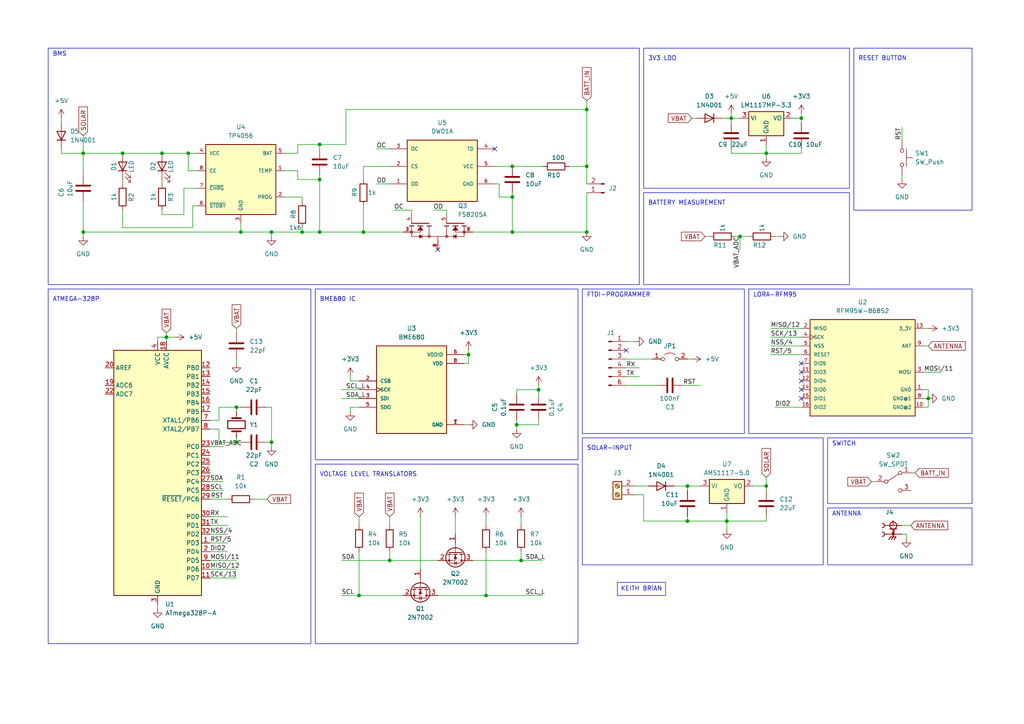
<source format=kicad_sch>
(kicad_sch (version 20230121) (generator eeschema)
  (paper "A4")
  (lib_symbols
    (symbol "BME680:BME680" (pin_names (offset 1.016))
      (property "Reference" "U" (at -10.1693 13.22 0))
      (property "Value" "BME680" (at -10.1798 -15.5193 0))
      (symbol "BME680_0_0"
        (pin power_in line (at 15.24 -10.16 180) (length 5.08) (name "GND") (number "1"))
        (pin input line (at -15.24 2.54 0) (length 5.08) (name "CSB") (number "2"))
        (pin bidirectional line (at -15.24 -2.54 0) (length 5.08) (name "SDI") (number "3"))
        (pin input clock (at -15.24 0 0) (length 5.08) (name "SCK") (number "4"))
        (pin bidirectional line (at -15.24 -5.08 0) (length 5.08) (name "SDO") (number "5"))
        (pin power_in line (at 15.24 10.16 180) (length 5.08) (name "VDDIO") (number "6"))
        (pin power_in line (at 15.24 -10.16 180) (length 5.08) (name "GND") (number "7"))
        (pin power_in line (at 15.24 7.62 180) (length 5.08) (name "VDD") (number "8"))
      )
    )
    (symbol "CONUFL001-SMD-T:CONUFL001-SMD-T" (pin_names (offset 1.016))
      (property "Reference" "J" (at -3.81 4.064 0))
      (property "Value" "CONUFL001-SMD-T" (at -4.064 -4.318 0))
      (symbol "CONUFL001-SMD-T_0_0"
        (pin passive line (at 2.54 2.54 180) (length 5.08) (name "~") (number "1"))
        (pin passive line (at 2.54 0 180) (length 5.08) (name "~") (number "2"))
        (pin passive line (at 2.54 0 180) (length 5.08) (name "~") (number "3"))
      )
    )
    (symbol "Connector:Conn_01x02_Pin" (pin_names (offset 1.016) hide)
      (property "Reference" "J" (at 0 2.54 0))
      (property "Value" "Conn_01x02_Pin" (at 0 -5.08 0))
      (symbol "Conn_01x02_Pin_1_1"
        (pin passive line (at 5.08 0 180) (length 3.81) (name "Pin_1") (number "1"))
        (pin passive line (at 5.08 -2.54 180) (length 3.81) (name "Pin_2") (number "2"))
      )
    )
    (symbol "Connector:Conn_01x06_Pin" (pin_names (offset 1.016) hide)
      (property "Reference" "J" (at 0 7.62 0))
      (property "Value" "Conn_01x06_Pin" (at 0 -10.16 0))
      (symbol "Conn_01x06_Pin_1_1"
        (pin passive line (at 5.08 5.08 180) (length 3.81) (name "Pin_1") (number "1"))
        (pin passive line (at 5.08 2.54 180) (length 3.81) (name "Pin_2") (number "2"))
        (pin passive line (at 5.08 0 180) (length 3.81) (name "Pin_3") (number "3"))
        (pin passive line (at 5.08 -2.54 180) (length 3.81) (name "Pin_4") (number "4"))
        (pin passive line (at 5.08 -5.08 180) (length 3.81) (name "Pin_5") (number "5"))
        (pin passive line (at 5.08 -7.62 180) (length 3.81) (name "Pin_6") (number "6"))
      )
    )
    (symbol "Connector:Screw_Terminal_01x02" (pin_names (offset 1.016) hide)
      (property "Reference" "J" (at 0 2.54 0))
      (property "Value" "Screw_Terminal_01x02" (at 0 -5.08 0))
      (symbol "Screw_Terminal_01x02_1_1"
        (pin passive line (at -5.08 0 0) (length 3.81) (name "Pin_1") (number "1"))
        (pin passive line (at -5.08 -2.54 0) (length 3.81) (name "Pin_2") (number "2"))
      )
    )
    (symbol "DW01A:DW01A" (pin_names (offset 1.016))
      (property "Reference" "U10" (at 0 15.24 0))
      (property "Value" "DW01A" (at 0 12.7 0))
      (symbol "DW01A_0_0"
        (pin output line (at -15.24 -2.54 0) (length 5.08) (name "OD") (number "1"))
        (pin input line (at -15.24 2.54 0) (length 5.08) (name "CS") (number "2"))
        (pin output line (at -15.24 7.62 0) (length 5.08) (name "OC") (number "3"))
        (pin passive line (at 15.24 7.62 180) (length 5.08) (name "TD") (number "4"))
        (pin power_in line (at 15.24 2.54 180) (length 5.08) (name "VCC") (number "5"))
        (pin power_in line (at 15.24 -2.54 180) (length 5.08) (name "GND") (number "6"))
      )
    )
    (symbol "Device:C" (pin_numbers hide) (pin_names (offset 0.254))
      (property "Reference" "C" (at 0.635 2.54 0))
      (property "Value" "C" (at 0.635 -2.54 0))
      (symbol "C_1_1"
        (pin passive line (at 0 3.81 270) (length 2.794) (name "~") (number "1"))
        (pin passive line (at 0 -3.81 90) (length 2.794) (name "~") (number "2"))
      )
    )
    (symbol "Device:Crystal" (pin_numbers hide) (pin_names (offset 1.016) hide)
      (property "Reference" "Y" (at 0 3.81 0))
      (property "Value" "Crystal" (at 0 -3.81 0))
      (symbol "Crystal_1_1"
        (pin passive line (at -3.81 0 0) (length 1.27) (name "1") (number "1"))
        (pin passive line (at 3.81 0 180) (length 1.27) (name "2") (number "2"))
      )
    )
    (symbol "Device:LED" (pin_numbers hide) (pin_names (offset 1.016) hide)
      (property "Reference" "D" (at 0 2.54 0))
      (property "Value" "LED" (at 0 -2.54 0))
      (symbol "LED_1_1"
        (pin passive line (at -3.81 0 0) (length 2.54) (name "K") (number "1"))
        (pin passive line (at 3.81 0 180) (length 2.54) (name "A") (number "2"))
      )
    )
    (symbol "Device:R" (pin_numbers hide) (pin_names (offset 0))
      (property "Reference" "R" (at 2.032 0 90))
      (property "Value" "R" (at 0 0 90))
      (symbol "R_1_1"
        (pin passive line (at 0 3.81 270) (length 1.27) (name "~") (number "1"))
        (pin passive line (at 0 -3.81 90) (length 1.27) (name "~") (number "2"))
      )
    )
    (symbol "Diode:1N4001" (pin_numbers hide) (pin_names hide)
      (property "Reference" "D" (at 0 2.54 0))
      (property "Value" "1N4001" (at 0 -2.54 0))
      (symbol "1N4001_1_1"
        (pin passive line (at -3.81 0 0) (length 2.54) (name "K") (number "1"))
        (pin passive line (at 3.81 0 180) (length 2.54) (name "A") (number "2"))
      )
    )
    (symbol "FS8205A:FS8205A" (pin_names (offset 1.016))
      (property "Reference" "Q" (at -11.43 7.62 0))
      (property "Value" "FS8205A" (at -11.43 -12.7 0))
      (symbol "FS8205A_0_0"
        (pin passive line (at 5.08 0 180) (length 2.54) (name "~") (number "1"))
        (pin passive line (at 0 -10.16 90) (length 2.54) (name "~") (number "2"))
        (pin passive line (at 0 -10.16 90) (length 2.54) (name "~") (number "3"))
        (pin passive line (at -5.08 -7.62 0) (length 2.54) (name "~") (number "4"))
        (pin passive line (at -5.08 2.54 0) (length 2.54) (name "~") (number "5"))
        (pin passive line (at 0 10.16 270) (length 2.54) (name "~") (number "6"))
        (pin passive line (at 0 10.16 270) (length 2.54) (name "~") (number "7"))
        (pin passive line (at 5.08 0 180) (length 2.54) (name "~") (number "8"))
      )
    )
    (symbol "Jumper:Jumper_2_Open" (pin_names (offset 0) hide)
      (property "Reference" "JP" (at 0 2.794 0))
      (property "Value" "Jumper_2_Open" (at 0 -2.286 0))
      (symbol "Jumper_2_Open_1_1"
        (pin passive line (at -5.08 0 0) (length 2.54) (name "A") (number "1"))
        (pin passive line (at 5.08 0 180) (length 2.54) (name "B") (number "2"))
      )
    )
    (symbol "MCU_Microchip_ATmega:ATmega328P-A"
      (property "Reference" "U" (at -12.7 36.83 0))
      (property "Value" "ATmega328P-A" (at 2.54 -36.83 0))
      (symbol "ATmega328P-A_1_1"
        (pin bidirectional line (at 15.24 -20.32 180) (length 2.54) (name "PD3") (number "1"))
        (pin bidirectional line (at 15.24 -27.94 180) (length 2.54) (name "PD6") (number "10"))
        (pin bidirectional line (at 15.24 -30.48 180) (length 2.54) (name "PD7") (number "11"))
        (pin bidirectional line (at 15.24 30.48 180) (length 2.54) (name "PB0") (number "12"))
        (pin bidirectional line (at 15.24 27.94 180) (length 2.54) (name "PB1") (number "13"))
        (pin bidirectional line (at 15.24 25.4 180) (length 2.54) (name "PB2") (number "14"))
        (pin bidirectional line (at 15.24 22.86 180) (length 2.54) (name "PB3") (number "15"))
        (pin bidirectional line (at 15.24 20.32 180) (length 2.54) (name "PB4") (number "16"))
        (pin bidirectional line (at 15.24 17.78 180) (length 2.54) (name "PB5") (number "17"))
        (pin power_in line (at 2.54 38.1 270) (length 2.54) (name "AVCC") (number "18"))
        (pin input line (at -15.24 25.4 0) (length 2.54) (name "ADC6") (number "19"))
        (pin bidirectional line (at 15.24 -22.86 180) (length 2.54) (name "PD4") (number "2"))
        (pin passive line (at -15.24 30.48 0) (length 2.54) (name "AREF") (number "20"))
        (pin passive line (at 0 -38.1 90) (length 2.54) hide (name "GND") (number "21"))
        (pin input line (at -15.24 22.86 0) (length 2.54) (name "ADC7") (number "22"))
        (pin bidirectional line (at 15.24 7.62 180) (length 2.54) (name "PC0") (number "23"))
        (pin bidirectional line (at 15.24 5.08 180) (length 2.54) (name "PC1") (number "24"))
        (pin bidirectional line (at 15.24 2.54 180) (length 2.54) (name "PC2") (number "25"))
        (pin bidirectional line (at 15.24 0 180) (length 2.54) (name "PC3") (number "26"))
        (pin bidirectional line (at 15.24 -2.54 180) (length 2.54) (name "PC4") (number "27"))
        (pin bidirectional line (at 15.24 -5.08 180) (length 2.54) (name "PC5") (number "28"))
        (pin bidirectional line (at 15.24 -7.62 180) (length 2.54) (name "~{RESET}/PC6") (number "29"))
        (pin power_in line (at 0 -38.1 90) (length 2.54) (name "GND") (number "3"))
        (pin bidirectional line (at 15.24 -12.7 180) (length 2.54) (name "PD0") (number "30"))
        (pin bidirectional line (at 15.24 -15.24 180) (length 2.54) (name "PD1") (number "31"))
        (pin bidirectional line (at 15.24 -17.78 180) (length 2.54) (name "PD2") (number "32"))
        (pin power_in line (at 0 38.1 270) (length 2.54) (name "VCC") (number "4"))
        (pin passive line (at 0 -38.1 90) (length 2.54) hide (name "GND") (number "5"))
        (pin passive line (at 0 38.1 270) (length 2.54) hide (name "VCC") (number "6"))
        (pin bidirectional line (at 15.24 15.24 180) (length 2.54) (name "XTAL1/PB6") (number "7"))
        (pin bidirectional line (at 15.24 12.7 180) (length 2.54) (name "XTAL2/PB7") (number "8"))
        (pin bidirectional line (at 15.24 -25.4 180) (length 2.54) (name "PD5") (number "9"))
      )
    )
    (symbol "RFM95W-868S2:RFM95W-868S2" (pin_names (offset 1.016))
      (property "Reference" "U" (at -15.2563 13.9849 0))
      (property "Value" "RFM95W-868S2" (at -15.265 -17.8092 0))
      (symbol "RFM95W-868S2_0_0"
        (pin power_in line (at 17.78 -7.62 180) (length 2.54) (name "GND") (number "1"))
        (pin power_in line (at 17.78 -12.7 180) (length 2.54) (name "GND@2") (number "10"))
        (pin bidirectional line (at -17.78 -2.54 0) (length 2.54) (name "DIO3") (number "11"))
        (pin bidirectional line (at -17.78 -5.08 0) (length 2.54) (name "DIO4") (number "12"))
        (pin power_in line (at 17.78 10.16 180) (length 2.54) (name "3_3V") (number "13"))
        (pin bidirectional line (at -17.78 -7.62 0) (length 2.54) (name "DIO0") (number "14"))
        (pin bidirectional line (at -17.78 -10.16 0) (length 2.54) (name "DIO1") (number "15"))
        (pin bidirectional line (at -17.78 -12.7 0) (length 2.54) (name "DIO2") (number "16"))
        (pin input line (at -17.78 10.16 0) (length 2.54) (name "MISO") (number "2"))
        (pin output line (at 17.78 -2.54 180) (length 2.54) (name "MOSI") (number "3"))
        (pin input clock (at -17.78 7.62 0) (length 2.54) (name "SCK") (number "4"))
        (pin input line (at -17.78 5.08 0) (length 2.54) (name "NSS") (number "5"))
        (pin bidirectional line (at -17.78 2.54 0) (length 2.54) (name "RESET") (number "6"))
        (pin bidirectional line (at -17.78 0 0) (length 2.54) (name "DIO5") (number "7"))
        (pin power_in line (at 17.78 -10.16 180) (length 2.54) (name "GND@1") (number "8"))
        (pin passive line (at 17.78 5.08 180) (length 2.54) (name "ANT") (number "9"))
      )
    )
    (symbol "Regulator_Linear:AMS1117-5.0"
      (property "Reference" "U" (at -3.81 3.175 0))
      (property "Value" "AMS1117-5.0" (at 0 3.175 0))
      (symbol "AMS1117-5.0_1_1"
        (pin power_in line (at 0 -7.62 90) (length 2.54) (name "GND") (number "1"))
        (pin power_out line (at 7.62 0 180) (length 2.54) (name "VO") (number "2"))
        (pin power_in line (at -7.62 0 0) (length 2.54) (name "VI") (number "3"))
      )
    )
    (symbol "Regulator_Linear:LM1117MP-3.3"
      (property "Reference" "U" (at -3.81 3.175 0))
      (property "Value" "LM1117MP-3.3" (at 0 3.175 0))
      (symbol "LM1117MP-3.3_1_1"
        (pin power_in line (at 0 -7.62 90) (length 2.54) (name "GND") (number "1"))
        (pin power_out line (at 7.62 0 180) (length 2.54) (name "VO") (number "2"))
        (pin power_in line (at -7.62 0 0) (length 2.54) (name "VI") (number "3"))
      )
    )
    (symbol "Switch:SW_Push" (pin_numbers hide) (pin_names (offset 1.016) hide)
      (property "Reference" "SW" (at 1.27 2.54 0))
      (property "Value" "SW_Push" (at 0 -1.524 0))
      (symbol "SW_Push_0_1"
        (pin passive line (at -5.08 0 0) (length 2.54) (name "1") (number "1"))
        (pin passive line (at 5.08 0 180) (length 2.54) (name "2") (number "2"))
      )
    )
    (symbol "Switch:SW_SPDT" (pin_names (offset 0) hide)
      (property "Reference" "SW" (at 0 4.318 0))
      (property "Value" "SW_SPDT" (at 0 -5.08 0))
      (symbol "SW_SPDT_1_1"
        (pin passive line (at 5.08 2.54 180) (length 2.54) (name "A") (number "1"))
        (pin passive line (at -5.08 0 0) (length 2.54) (name "B") (number "2"))
        (pin passive line (at 5.08 -2.54 180) (length 2.54) (name "C") (number "3"))
      )
    )
    (symbol "TP4056:TP4056" (pin_names (offset 1.016))
      (property "Reference" "U9" (at 2.54 15.24 0))
      (property "Value" "TP4056" (at 2.54 12.7 0))
      (symbol "TP4056_0_0"
        (pin bidirectional line (at 15.24 2.54 180) (length 2.54) (name "TEMP") (number "1"))
        (pin bidirectional line (at 2.54 -12.7 90) (length 2.54) (name "GND") (number "3"))
        (pin bidirectional line (at -10.16 7.62 0) (length 2.54) (name "VCC") (number "4"))
        (pin bidirectional line (at 15.24 7.62 180) (length 2.54) (name "BAT") (number "5"))
        (pin bidirectional line (at -10.16 -7.62 0) (length 2.54) (name "~{STDBY}") (number "6"))
        (pin bidirectional line (at -10.16 -2.54 0) (length 2.54) (name "~{CHRG}") (number "7"))
        (pin bidirectional line (at -10.16 2.54 0) (length 2.54) (name "CE") (number "8"))
      )
      (symbol "TP4056_1_0"
        (pin bidirectional line (at 15.24 -5.08 180) (length 2.54) (name "PROG") (number "2"))
      )
    )
    (symbol "Transistor_FET:2N7002" (pin_names hide)
      (property "Reference" "Q" (at 5.08 1.905 0))
      (property "Value" "2N7002" (at 5.08 0 0))
      (symbol "2N7002_1_1"
        (pin input line (at -5.08 0 0) (length 2.54) (name "G") (number "1"))
        (pin passive line (at 2.54 -5.08 90) (length 2.54) (name "S") (number "2"))
        (pin passive line (at 2.54 5.08 270) (length 2.54) (name "D") (number "3"))
      )
    )
    (symbol "power:+3V3" (power) (pin_names (offset 0))
      (property "Value" "+3V3" (at 0 3.556 0))
      (symbol "+3V3_1_1"
        (pin power_in line (at 0 0 90) (length 0) hide (name "+3V3") (number "1"))
      )
    )
    (symbol "power:+5V" (power) (pin_names (offset 0))
      (property "Value" "+5V" (at 0 3.556 0))
      (symbol "+5V_1_1"
        (pin power_in line (at 0 0 90) (length 0) hide (name "+5V") (number "1"))
      )
    )
    (symbol "power:GND" (power) (pin_names (offset 0))
      (property "Value" "GND" (at 0 -3.81 0))
      (symbol "GND_1_1"
        (pin power_in line (at 0 0 270) (length 0) hide (name "GND") (number "1"))
      )
    )
  )
  (junction (at 148.59 57.15))
  (junction (at 35.56 44.45))
  (junction (at 24.13 44.45))
  (junction (at 232.41 34.29))
  (junction (at 68.58 118.11))
  (junction (at 92.71 41.91))
  (junction (at 69.85 67.31))
  (junction (at 222.25 140.97))
  (junction (at 148.59 67.31))
  (junction (at 170.18 31.75))
  (junction (at 92.71 67.31))
  (junction (at 92.71 52.07))
  (junction (at 104.14 172.72))
  (junction (at 140.97 172.72))
  (junction (at 54.61 44.45))
  (junction (at 87.63 67.31))
  (junction (at 46.99 44.45))
  (junction (at 170.18 67.31))
  (junction (at 105.41 67.31))
  (junction (at 48.26 97.79))
  (junction (at 78.74 128.27))
  (junction (at 24.13 67.31))
  (junction (at 199.39 151.13))
  (junction (at 68.58 128.27))
  (junction (at 78.74 67.31))
  (junction (at 170.18 48.26))
  (junction (at 214.63 68.58))
  (junction (at 149.86 123.19))
  (junction (at 135.89 102.87))
  (junction (at 148.59 48.26))
  (junction (at 151.13 162.56))
  (junction (at 269.24 115.57))
  (junction (at 222.25 44.45))
  (junction (at 210.82 151.13))
  (junction (at 199.39 140.97))
  (junction (at 113.03 162.56))
  (junction (at 156.21 113.03))
  (junction (at 212.09 34.29))
  (no_connect (at 127 72.39))
  (no_connect (at 232.41 105.41))
  (no_connect (at 232.41 107.95))
  (no_connect (at 143.51 43.18))
  (no_connect (at 181.61 101.6))
  (no_connect (at 232.41 115.57))
  (no_connect (at 232.41 113.03))
  (no_connect (at 232.41 110.49))
  (wire (pts (xy 69.85 67.31) (xy 78.74 67.31)))
  (wire (pts (xy 223.52 100.33) (xy 232.41 100.33)))
  (wire (pts (xy 144.78 53.34) (xy 144.78 57.15)))
  (wire (pts (xy 195.58 140.97) (xy 199.39 140.97)))
  (wire (pts (xy 165.1 48.26) (xy 170.18 48.26)))
  (wire (pts (xy 55.88 66.04) (xy 55.88 59.69)))
  (wire (pts (xy 46.99 52.07) (xy 46.99 53.34)))
  (wire (pts (xy 267.97 113.03) (xy 269.24 113.03)))
  (wire (pts (xy 87.63 57.15) (xy 87.63 58.42)))
  (wire (pts (xy 218.44 140.97) (xy 222.25 140.97)))
  (wire (pts (xy 261.62 50.8) (xy 261.62 52.07)))
  (wire (pts (xy 77.47 144.78) (xy 73.66 144.78)))
  (wire (pts (xy 210.82 148.59) (xy 210.82 151.13)))
  (wire (pts (xy 48.26 97.79) (xy 48.26 99.06)))
  (wire (pts (xy 60.96 139.7) (xy 64.77 139.7)))
  (wire (pts (xy 223.52 97.79) (xy 232.41 97.79)))
  (wire (pts (xy 101.6 110.49) (xy 104.14 110.49)))
  (wire (pts (xy 105.41 67.31) (xy 105.41 59.69)))
  (wire (pts (xy 267.97 118.11) (xy 269.24 118.11)))
  (wire (pts (xy 78.74 128.27) (xy 77.47 128.27)))
  (wire (pts (xy 113.03 162.56) (xy 127 162.56)))
  (wire (pts (xy 170.18 29.21) (xy 170.18 31.75)))
  (wire (pts (xy 99.06 162.56) (xy 113.03 162.56)))
  (wire (pts (xy 267.97 95.25) (xy 269.24 95.25)))
  (wire (pts (xy 54.61 44.45) (xy 57.15 44.45)))
  (wire (pts (xy 214.63 68.58) (xy 217.17 68.58)))
  (wire (pts (xy 60.96 152.4) (xy 66.04 152.4)))
  (wire (pts (xy 35.56 66.04) (xy 55.88 66.04)))
  (wire (pts (xy 92.71 41.91) (xy 92.71 43.18)))
  (wire (pts (xy 86.36 44.45) (xy 86.36 41.91)))
  (wire (pts (xy 24.13 67.31) (xy 69.85 67.31)))
  (wire (pts (xy 78.74 128.27) (xy 78.74 129.54)))
  (wire (pts (xy 186.69 143.51) (xy 186.69 151.13)))
  (wire (pts (xy 223.52 102.87) (xy 232.41 102.87)))
  (wire (pts (xy 109.22 43.18) (xy 113.03 43.18)))
  (wire (pts (xy 170.18 31.75) (xy 170.18 48.26)))
  (wire (pts (xy 261.62 36.83) (xy 261.62 40.64)))
  (wire (pts (xy 199.39 151.13) (xy 186.69 151.13)))
  (wire (pts (xy 135.89 102.87) (xy 135.89 105.41)))
  (wire (pts (xy 149.86 113.03) (xy 156.21 113.03)))
  (wire (pts (xy 222.25 44.45) (xy 232.41 44.45)))
  (wire (pts (xy 135.89 105.41) (xy 134.62 105.41)))
  (wire (pts (xy 60.96 121.92) (xy 63.5 121.92)))
  (wire (pts (xy 209.55 34.29) (xy 212.09 34.29)))
  (wire (pts (xy 68.58 95.25) (xy 68.58 96.52)))
  (wire (pts (xy 86.36 49.53) (xy 86.36 52.07)))
  (wire (pts (xy 86.36 52.07) (xy 92.71 52.07)))
  (wire (pts (xy 261.62 154.94) (xy 262.89 154.94)))
  (wire (pts (xy 54.61 44.45) (xy 54.61 49.53)))
  (wire (pts (xy 101.6 109.22) (xy 101.6 110.49)))
  (wire (pts (xy 82.55 49.53) (xy 86.36 49.53)))
  (wire (pts (xy 82.55 44.45) (xy 86.36 44.45)))
  (wire (pts (xy 212.09 33.02) (xy 212.09 34.29)))
  (wire (pts (xy 35.56 44.45) (xy 46.99 44.45)))
  (wire (pts (xy 104.14 149.86) (xy 104.14 152.4)))
  (wire (pts (xy 143.51 48.26) (xy 148.59 48.26)))
  (wire (pts (xy 60.96 154.94) (xy 66.04 154.94)))
  (wire (pts (xy 143.51 53.34) (xy 144.78 53.34)))
  (wire (pts (xy 60.96 165.1) (xy 68.58 165.1)))
  (wire (pts (xy 63.5 128.27) (xy 68.58 128.27)))
  (wire (pts (xy 113.03 160.02) (xy 113.03 162.56)))
  (wire (pts (xy 132.08 149.86) (xy 132.08 154.94)))
  (wire (pts (xy 198.12 111.76) (xy 203.2 111.76)))
  (wire (pts (xy 68.58 127) (xy 68.58 128.27)))
  (wire (pts (xy 199.39 149.86) (xy 199.39 151.13)))
  (wire (pts (xy 181.61 99.06) (xy 184.15 99.06)))
  (wire (pts (xy 181.61 104.14) (xy 189.23 104.14)))
  (wire (pts (xy 200.66 34.29) (xy 201.93 34.29)))
  (wire (pts (xy 63.5 121.92) (xy 63.5 118.11)))
  (wire (pts (xy 17.78 44.45) (xy 24.13 44.45)))
  (wire (pts (xy 170.18 55.88) (xy 170.18 67.31)))
  (wire (pts (xy 100.33 31.75) (xy 170.18 31.75)))
  (wire (pts (xy 45.72 97.79) (xy 48.26 97.79)))
  (wire (pts (xy 199.39 140.97) (xy 199.39 142.24)))
  (wire (pts (xy 92.71 52.07) (xy 92.71 67.31)))
  (wire (pts (xy 48.26 96.52) (xy 48.26 97.79)))
  (wire (pts (xy 104.14 160.02) (xy 104.14 172.72)))
  (wire (pts (xy 199.39 104.14) (xy 200.66 104.14)))
  (wire (pts (xy 99.06 113.03) (xy 104.14 113.03)))
  (wire (pts (xy 144.78 57.15) (xy 148.59 57.15)))
  (wire (pts (xy 24.13 67.31) (xy 24.13 68.58)))
  (wire (pts (xy 212.09 43.18) (xy 212.09 44.45)))
  (wire (pts (xy 210.82 151.13) (xy 210.82 153.67)))
  (wire (pts (xy 137.16 67.31) (xy 148.59 67.31)))
  (wire (pts (xy 105.41 48.26) (xy 113.03 48.26)))
  (wire (pts (xy 24.13 39.37) (xy 24.13 44.45)))
  (wire (pts (xy 53.34 62.23) (xy 53.34 54.61)))
  (wire (pts (xy 119.38 62.23) (xy 119.38 60.96)))
  (wire (pts (xy 24.13 44.45) (xy 35.56 44.45)))
  (wire (pts (xy 63.5 118.11) (xy 68.58 118.11)))
  (wire (pts (xy 46.99 62.23) (xy 53.34 62.23)))
  (wire (pts (xy 181.61 106.68) (xy 185.42 106.68)))
  (wire (pts (xy 267.97 115.57) (xy 269.24 115.57)))
  (wire (pts (xy 224.79 68.58) (xy 226.06 68.58)))
  (wire (pts (xy 156.21 111.76) (xy 156.21 113.03)))
  (wire (pts (xy 68.58 118.11) (xy 68.58 119.38)))
  (wire (pts (xy 127 172.72) (xy 140.97 172.72)))
  (wire (pts (xy 204.47 68.58) (xy 205.74 68.58)))
  (wire (pts (xy 60.96 162.56) (xy 68.58 162.56)))
  (wire (pts (xy 121.92 149.86) (xy 121.92 165.1)))
  (wire (pts (xy 78.74 118.11) (xy 78.74 128.27)))
  (wire (pts (xy 151.13 162.56) (xy 157.48 162.56)))
  (wire (pts (xy 57.15 49.53) (xy 54.61 49.53)))
  (wire (pts (xy 101.6 119.38) (xy 101.6 118.11)))
  (wire (pts (xy 252.73 139.7) (xy 254 139.7)))
  (wire (pts (xy 68.58 104.14) (xy 68.58 105.41)))
  (wire (pts (xy 60.96 157.48) (xy 66.04 157.48)))
  (wire (pts (xy 109.22 53.34) (xy 113.03 53.34)))
  (wire (pts (xy 199.39 140.97) (xy 203.2 140.97)))
  (wire (pts (xy 92.71 50.8) (xy 92.71 52.07)))
  (wire (pts (xy 60.96 124.46) (xy 63.5 124.46)))
  (wire (pts (xy 104.14 172.72) (xy 116.84 172.72)))
  (wire (pts (xy 232.41 33.02) (xy 232.41 34.29)))
  (wire (pts (xy 149.86 123.19) (xy 156.21 123.19)))
  (wire (pts (xy 149.86 123.19) (xy 149.86 124.46)))
  (wire (pts (xy 60.96 167.64) (xy 68.58 167.64)))
  (wire (pts (xy 55.88 59.69) (xy 57.15 59.69)))
  (wire (pts (xy 210.82 151.13) (xy 222.25 151.13)))
  (wire (pts (xy 68.58 128.27) (xy 69.85 128.27)))
  (wire (pts (xy 45.72 175.26) (xy 45.72 176.53)))
  (wire (pts (xy 92.71 67.31) (xy 87.63 67.31)))
  (wire (pts (xy 222.25 140.97) (xy 222.25 142.24)))
  (wire (pts (xy 184.15 140.97) (xy 187.96 140.97)))
  (wire (pts (xy 229.87 34.29) (xy 232.41 34.29)))
  (wire (pts (xy 68.58 118.11) (xy 69.85 118.11)))
  (wire (pts (xy 140.97 160.02) (xy 140.97 172.72)))
  (wire (pts (xy 213.36 68.58) (xy 214.63 68.58)))
  (wire (pts (xy 223.52 95.25) (xy 232.41 95.25)))
  (wire (pts (xy 92.71 41.91) (xy 100.33 41.91)))
  (wire (pts (xy 267.97 100.33) (xy 269.24 100.33)))
  (wire (pts (xy 92.71 67.31) (xy 105.41 67.31)))
  (wire (pts (xy 78.74 67.31) (xy 87.63 67.31)))
  (wire (pts (xy 46.99 44.45) (xy 54.61 44.45)))
  (wire (pts (xy 269.24 115.57) (xy 269.24 118.11)))
  (wire (pts (xy 140.97 172.72) (xy 157.48 172.72)))
  (wire (pts (xy 87.63 66.04) (xy 87.63 67.31)))
  (wire (pts (xy 262.89 154.94) (xy 262.89 156.21)))
  (wire (pts (xy 77.47 118.11) (xy 78.74 118.11)))
  (wire (pts (xy 214.63 68.58) (xy 214.63 72.39)))
  (wire (pts (xy 99.06 115.57) (xy 104.14 115.57)))
  (wire (pts (xy 148.59 67.31) (xy 148.59 57.15)))
  (wire (pts (xy 199.39 151.13) (xy 210.82 151.13)))
  (wire (pts (xy 261.62 152.4) (xy 264.16 152.4)))
  (wire (pts (xy 181.61 111.76) (xy 190.5 111.76)))
  (wire (pts (xy 149.86 114.3) (xy 149.86 113.03)))
  (wire (pts (xy 170.18 48.26) (xy 170.18 53.34)))
  (wire (pts (xy 140.97 149.86) (xy 140.97 152.4)))
  (wire (pts (xy 101.6 118.11) (xy 104.14 118.11)))
  (wire (pts (xy 105.41 52.07) (xy 105.41 48.26)))
  (wire (pts (xy 125.73 60.96) (xy 129.54 60.96)))
  (wire (pts (xy 214.63 34.29) (xy 212.09 34.29)))
  (wire (pts (xy 134.62 123.19) (xy 135.89 123.19)))
  (wire (pts (xy 224.79 118.11) (xy 232.41 118.11)))
  (wire (pts (xy 267.97 107.95) (xy 273.05 107.95)))
  (wire (pts (xy 48.26 97.79) (xy 50.8 97.79)))
  (wire (pts (xy 24.13 50.8) (xy 24.13 44.45)))
  (wire (pts (xy 113.03 149.86) (xy 113.03 152.4)))
  (wire (pts (xy 148.59 57.15) (xy 148.59 55.88)))
  (wire (pts (xy 137.16 162.56) (xy 151.13 162.56)))
  (wire (pts (xy 35.56 60.96) (xy 35.56 66.04)))
  (wire (pts (xy 17.78 34.29) (xy 17.78 35.56)))
  (wire (pts (xy 222.25 44.45) (xy 222.25 41.91)))
  (wire (pts (xy 212.09 44.45) (xy 222.25 44.45)))
  (wire (pts (xy 60.96 142.24) (xy 64.77 142.24)))
  (wire (pts (xy 100.33 41.91) (xy 100.33 31.75)))
  (wire (pts (xy 60.96 144.78) (xy 66.04 144.78)))
  (wire (pts (xy 60.96 149.86) (xy 66.04 149.86)))
  (wire (pts (xy 181.61 109.22) (xy 185.42 109.22)))
  (wire (pts (xy 269.24 113.03) (xy 269.24 115.57)))
  (wire (pts (xy 222.25 138.43) (xy 222.25 140.97)))
  (wire (pts (xy 82.55 57.15) (xy 87.63 57.15)))
  (wire (pts (xy 45.72 99.06) (xy 45.72 97.79)))
  (wire (pts (xy 151.13 160.02) (xy 151.13 162.56)))
  (wire (pts (xy 134.62 102.87) (xy 135.89 102.87)))
  (wire (pts (xy 232.41 34.29) (xy 232.41 35.56)))
  (wire (pts (xy 17.78 43.18) (xy 17.78 44.45)))
  (wire (pts (xy 105.41 67.31) (xy 116.84 67.31)))
  (wire (pts (xy 60.96 129.54) (xy 64.77 129.54)))
  (wire (pts (xy 24.13 58.42) (xy 24.13 67.31)))
  (wire (pts (xy 86.36 41.91) (xy 92.71 41.91)))
  (wire (pts (xy 151.13 149.86) (xy 151.13 152.4)))
  (wire (pts (xy 99.06 172.72) (xy 104.14 172.72)))
  (wire (pts (xy 135.89 101.6) (xy 135.89 102.87)))
  (wire (pts (xy 222.25 149.86) (xy 222.25 151.13)))
  (wire (pts (xy 170.18 67.31) (xy 148.59 67.31)))
  (wire (pts (xy 78.74 67.31) (xy 78.74 68.58)))
  (wire (pts (xy 149.86 123.19) (xy 149.86 121.92)))
  (wire (pts (xy 148.59 48.26) (xy 157.48 48.26)))
  (wire (pts (xy 69.85 64.77) (xy 69.85 67.31)))
  (wire (pts (xy 63.5 124.46) (xy 63.5 128.27)))
  (wire (pts (xy 222.25 44.45) (xy 222.25 45.72)))
  (wire (pts (xy 35.56 52.07) (xy 35.56 53.34)))
  (wire (pts (xy 46.99 60.96) (xy 46.99 62.23)))
  (wire (pts (xy 53.34 54.61) (xy 57.15 54.61)))
  (wire (pts (xy 212.09 34.29) (xy 212.09 35.56)))
  (wire (pts (xy 156.21 113.03) (xy 156.21 114.3)))
  (wire (pts (xy 114.3 60.96) (xy 119.38 60.96)))
  (wire (pts (xy 60.96 160.02) (xy 66.04 160.02)))
  (wire (pts (xy 156.21 123.19) (xy 156.21 121.92)))
  (wire (pts (xy 264.16 137.16) (xy 265.43 137.16)))
  (wire (pts (xy 129.54 62.23) (xy 129.54 60.96)))
  (wire (pts (xy 184.15 143.51) (xy 186.69 143.51)))
  (wire (pts (xy 232.41 43.18) (xy 232.41 44.45)))
  (rectangle (start 186.69 13.97) (end 246.38 54.61))
  (rectangle (start 240.03 127) (end 281.94 146.05))
  (rectangle (start 186.69 55.88) (end 246.38 82.55))
  (rectangle (start 168.91 83.82) (end 215.9 125.73))
  (rectangle (start 91.44 83.82) (end 167.64 133.35))
  (rectangle (start 240.03 147.32) (end 281.94 163.83))
  (rectangle (start 217.17 83.82) (end 281.94 125.73))
  (rectangle (start 247.65 13.97) (end 281.94 60.96))
  (rectangle (start 13.97 83.82) (end 90.17 186.69))
  (rectangle (start 13.97 13.97) (end 185.42 82.55))
  (rectangle (start 91.44 134.62) (end 167.64 186.69))
  (rectangle (start 168.91 127) (end 238.76 163.83))
  (text_box "KEITH BRIAN" (at 179.07 168.91 0) (size 13.97 3.81) (effects (font (size 1.27 1.27)) (justify left top)))
  (text "SOLAR-INPUT" (at 170.18 130.81 0) (effects (font (size 1.27 1.27)) (justify left bottom)))
  (text "SWITCH" (at 241.3 129.54 0) (effects (font (size 1.27 1.27)) (justify left bottom)))
  (text "BME680 IC" (at 92.71 87.63 0) (effects (font (size 1.27 1.27)) (justify left bottom)))
  (text "ANTENNA" (at 241.3 149.86 0) (effects (font (size 1.27 1.27)) (justify left bottom)))
  (text "3V3 LDO" (at 187.96 17.78 0) (effects (font (size 1.27 1.27)) (justify left bottom)))
  (text "FTDI-PROGRAMMER" (at 170.18 86.36 0) (effects (font (size 1.27 1.27)) (justify left bottom)))
  (text "LORA-RFM95" (at 218.44 86.36 0) (effects (font (size 1.27 1.27)) (justify left bottom)))
  (text "ATMEGA-328P" (at 15.24 87.63 0) (effects (font (size 1.27 1.27)) (justify left bottom)))
  (text "VOLTAGE LEVEL TRANSLATORS" (at 92.71 138.43 0) (effects (font (size 1.27 1.27)) (justify left bottom)))
  (text "BATTERY MEASUREMENT" (at 187.96 59.69 0) (effects (font (size 1.27 1.27)) (justify left bottom)))
  (text "BMS" (at 15.24 16.51 0) (effects (font (size 1.27 1.27)) (justify left bottom)))
  (text "RESET BUTTON" (at 248.92 17.78 0) (effects (font (size 1.27 1.27)) (justify left bottom)))
  (label "SDA_L" (at 152.4 162.56 0))
  (label "RST{slash}5" (at 60.96 157.48 0))
  (label "OC" (at 114.3 60.96 0))
  (label "RST" (at 261.62 40.64 90))
  (label "MOSI{slash}11" (at 267.97 107.95 0))
  (label "DI02" (at 224.79 118.11 0))
  (label "OC" (at 109.22 43.18 0))
  (label "RST" (at 64.77 144.78 180))
  (label "SCK{slash}13" (at 223.52 97.79 0))
  (label "SCL" (at 99.06 172.72 0))
  (label "SCL_L" (at 152.4 172.72 0))
  (label "DI02" (at 60.96 160.02 0))
  (label "MOSI{slash}11" (at 60.96 162.56 0))
  (label "VBAT_ADC" (at 60.96 129.54 0))
  (label "TX" (at 181.61 109.22 0))
  (label "SCL_L" (at 100.33 113.03 0))
  (label "SDA" (at 60.96 139.7 0))
  (label "VBAT_ADC" (at 214.63 68.58 270))
  (label "RX" (at 60.96 149.86 0))
  (label "OD" (at 125.73 60.96 0))
  (label "SCK{slash}13" (at 60.96 167.64 0))
  (label "TX" (at 60.96 152.4 0))
  (label "MISO{slash}12" (at 223.52 95.25 0))
  (label "MISO{slash}12" (at 60.96 165.1 0))
  (label "RX" (at 181.61 106.68 0))
  (label "SCL" (at 60.96 142.24 0))
  (label "RST{slash}5" (at 223.52 102.87 0))
  (label "SDA" (at 99.06 162.56 0))
  (label "NSS{slash}4" (at 60.96 154.94 0))
  (label "NSS{slash}4" (at 223.52 100.33 0))
  (label "OD" (at 109.22 53.34 0))
  (label "SDA_L" (at 100.33 115.57 0))
  (label "RST" (at 198.12 111.76 0))
  (global_label "BATT_IN" (shape input) (at 265.43 137.16 0) (property "Intersheetrefs" "${INTERSHEET_REFS}" (effects hide)))
  (global_label "VBAT" (shape input) (at 113.03 149.86 90) (property "Intersheetrefs" "${INTERSHEET_REFS}" (effects hide)))
  (global_label "VBAT" (shape input) (at 104.14 149.86 90) (property "Intersheetrefs" "${INTERSHEET_REFS}" (effects hide)))
  (global_label "SOLAR" (shape input) (at 222.25 138.43 90) (property "Intersheetrefs" "${INTERSHEET_REFS}" (effects hide)))
  (global_label "ANTENNA" (shape input) (at 264.16 152.4 0) (property "Intersheetrefs" "${INTERSHEET_REFS}" (effects hide)))
  (global_label "VBAT" (shape input) (at 77.47 144.78 0) (property "Intersheetrefs" "${INTERSHEET_REFS}" (effects hide)))
  (global_label "VBAT" (shape input) (at 204.47 68.58 180) (property "Intersheetrefs" "${INTERSHEET_REFS}" (effects hide)))
  (global_label "BATT_IN" (shape input) (at 170.18 29.21 90) (property "Intersheetrefs" "${INTERSHEET_REFS}" (effects hide)))
  (global_label "VBAT" (shape input) (at 200.66 34.29 180) (property "Intersheetrefs" "${INTERSHEET_REFS}" (effects hide)))
  (global_label "VBAT" (shape input) (at 48.26 96.52 90) (property "Intersheetrefs" "${INTERSHEET_REFS}" (effects hide)))
  (global_label "VBAT" (shape input) (at 68.58 95.25 90) (property "Intersheetrefs" "${INTERSHEET_REFS}" (effects hide)))
  (global_label "VBAT" (shape input) (at 252.73 139.7 180) (property "Intersheetrefs" "${INTERSHEET_REFS}" (effects hide)))
  (global_label "ANTENNA" (shape input) (at 269.24 100.33 0) (property "Intersheetrefs" "${INTERSHEET_REFS}" (effects hide)))
  (global_label "SOLAR" (shape input) (at 24.13 39.37 90) (property "Intersheetrefs" "${INTERSHEET_REFS}" (effects hide)))
  (symbol (lib_id "Transistor_FET:2N7002") (at 121.92 170.18 270) (unit 1)
    (property "Reference" "Q1" (at 121.92 176.53 90))
    (property "Value" "2N7002" (at 121.92 179.07 90))
    (property "Footprint" "Package_TO_SOT_SMD:SOT-23" (effects hide))
    (property "Datasheet" "https://www.onsemi.com/pub/Collateral/NDS7002A-D.PDF" (effects hide))
  )
  (symbol (lib_id "Connector:Conn_01x02_Pin") (at 175.26 55.88 180) (unit 1)
    (property "Reference" "J2" (at 176.53 54.61 0) (effects (justify right)))
    (property "Value" "Conn_01x02_Pin" (effects hide))
    (property "Footprint" "Connector_PinHeader_2.54mm:PinHeader_1x02_P2.54mm_Vertical" (effects hide))
  )
  (symbol (lib_id "power:GND") (at 222.25 45.72 0) (unit 1)
    (property "Reference" "#PWR024" (effects hide))
    (property "Value" "GND" (at 222.25 50.8 0))
  )
  (symbol (lib_id "Device:C") (at 24.13 54.61 0) (unit 1)
    (property "Reference" "C6" (at 17.78 57.15 90) (effects (justify left)))
    (property "Value" "10uF" (at 20.32 57.15 90) (effects (justify left)))
    (property "Footprint" "Capacitor_SMD:C_0805_2012Metric_Pad1.18x1.45mm_HandSolder" (effects hide))
  )
  (symbol (lib_id "power:+3V3") (at 156.21 111.76 0) (unit 1)
    (property "Reference" "#PWR017" (effects hide))
    (property "Value" "+3V3" (at 156.21 106.68 0))
  )
  (symbol (lib_id "Device:Crystal") (at 68.58 123.19 90) (unit 1)
    (property "Reference" "Y1" (at 72.39 123.19 90) (effects (justify right)))
    (property "Value" "Crystal" (effects hide))
    (property "Footprint" "Crystal:Crystal_SMD_0603-2Pin_6.0x3.5mm" (effects hide))
  )
  (symbol (lib_id "Device:C") (at 194.31 111.76 90) (unit 1)
    (property "Reference" "C3" (at 194.31 118.11 90))
    (property "Value" "100nF" (at 194.31 115.57 90))
    (property "Footprint" "Capacitor_SMD:C_0805_2012Metric_Pad1.18x1.45mm_HandSolder" (effects hide))
  )
  (symbol (lib_id "Device:C") (at 68.58 100.33 180) (unit 1)
    (property "Reference" "C13" (at 72.39 99.06 0) (effects (justify right)))
    (property "Value" "22pF" (at 72.39 101.6 0) (effects (justify right)))
    (property "Footprint" "Capacitor_SMD:C_Elec_6.3x7.7" (effects hide))
  )
  (symbol (lib_id "Device:LED") (at 35.56 48.26 90) (unit 1)
    (property "Reference" "D1" (at 33.02 48.26 0))
    (property "Value" "LED" (at 38.1 48.26 0))
    (property "Footprint" "LED_SMD:LED_0805_2012Metric_Pad1.15x1.40mm_HandSolder" (effects hide))
  )
  (symbol (lib_id "power:+3V3") (at 140.97 149.86 0) (unit 1)
    (property "Reference" "#PWR012" (effects hide))
    (property "Value" "+3V3" (at 140.97 144.78 0))
  )
  (symbol (lib_id "power:GND") (at 226.06 68.58 90) (unit 1)
    (property "Reference" "#PWR028" (effects hide))
    (property "Value" "GND" (at 229.87 68.58 90) (effects (justify right)))
  )
  (symbol (lib_id "power:+5V") (at 17.78 34.29 0) (unit 1)
    (property "Reference" "#PWR011" (effects hide))
    (property "Value" "+5V" (at 17.78 29.21 0))
  )
  (symbol (lib_id "power:+3V3") (at 132.08 149.86 0) (unit 1)
    (property "Reference" "#PWR015" (effects hide))
    (property "Value" "+3V3" (at 132.08 144.78 0))
  )
  (symbol (lib_id "Device:R") (at 113.03 156.21 180) (unit 1)
    (property "Reference" "R5" (at 115.57 154.94 0) (effects (justify right)))
    (property "Value" "10k" (at 115.57 157.48 0) (effects (justify right)))
    (property "Footprint" "Resistor_SMD:R_0805_2012Metric_Pad1.20x1.40mm_HandSolder" (effects hide))
  )
  (symbol (lib_id "Device:C") (at 73.66 118.11 90) (unit 1)
    (property "Reference" "C1" (at 73.66 110.49 90))
    (property "Value" "22pF" (at 73.66 113.03 90))
    (property "Footprint" "Capacitor_SMD:C_0805_2012Metric_Pad1.18x1.45mm_HandSolder" (effects hide))
  )
  (symbol (lib_id "power:GND") (at 149.86 124.46 0) (unit 1)
    (property "Reference" "#PWR014" (effects hide))
    (property "Value" "GND" (at 149.86 129.54 0))
  )
  (symbol (lib_id "Device:C") (at 73.66 128.27 90) (unit 1)
    (property "Reference" "C2" (at 73.66 134.62 90))
    (property "Value" "22pF" (at 73.66 132.08 90))
    (property "Footprint" "Capacitor_SMD:C_0805_2012Metric_Pad1.18x1.45mm_HandSolder" (effects hide))
  )
  (symbol (lib_id "Jumper:Jumper_2_Open") (at 194.31 104.14 0) (unit 1)
    (property "Reference" "JP1" (at 194.31 100.33 0))
    (property "Value" "Jumper_2_Open" (effects hide))
    (property "Footprint" "TestPoint:TestPoint_2Pads_Pitch2.54mm_Drill0.8mm" (effects hide))
  )
  (symbol (lib_id "Device:C") (at 92.71 46.99 0) (unit 1)
    (property "Reference" "C7" (at 96.52 45.72 0) (effects (justify left)))
    (property "Value" "10uF" (at 96.52 48.26 0) (effects (justify left)))
    (property "Footprint" "Capacitor_SMD:C_0805_2012Metric_Pad1.18x1.45mm_HandSolder" (effects hide))
  )
  (symbol (lib_id "power:GND") (at 261.62 52.07 0) (unit 1)
    (property "Reference" "#PWR06" (effects hide))
    (property "Value" "GND" (at 261.62 57.15 0))
  )
  (symbol (lib_id "power:GND") (at 135.89 123.19 90) (unit 1)
    (property "Reference" "#PWR08" (effects hide))
    (property "Value" "GND" (at 139.7 123.19 90) (effects (justify right)))
  )
  (symbol (lib_id "Device:C") (at 156.21 118.11 180) (unit 1)
    (property "Reference" "C4" (at 162.56 118.11 90))
    (property "Value" "0.1uF" (at 160.02 118.11 90))
    (property "Footprint" "Capacitor_SMD:C_0805_2012Metric_Pad1.18x1.45mm_HandSolder" (effects hide))
  )
  (symbol (lib_id "Device:C") (at 212.09 39.37 0) (unit 1)
    (property "Reference" "C9" (at 208.28 41.91 0) (effects (justify left)))
    (property "Value" "22uF" (at 212.09 41.91 0) (effects (justify left)))
    (property "Footprint" "Capacitor_SMD:C_0805_2012Metric_Pad1.18x1.45mm_HandSolder" (effects hide))
  )
  (symbol (lib_id "power:+5V") (at 200.66 104.14 270) (unit 1)
    (property "Reference" "#PWR04" (effects hide))
    (property "Value" "+5V" (at 204.47 104.14 90) (effects (justify left)))
  )
  (symbol (lib_id "power:+3V3") (at 269.24 95.25 270) (unit 1)
    (property "Reference" "#PWR09" (effects hide))
    (property "Value" "+3V3" (at 273.05 95.25 90) (effects (justify left)))
  )
  (symbol (lib_id "power:+3V3") (at 135.89 101.6 0) (unit 1)
    (property "Reference" "#PWR018" (effects hide))
    (property "Value" "+3V3" (at 135.89 96.52 0))
  )
  (symbol (lib_id "Device:C") (at 149.86 118.11 0) (unit 1)
    (property "Reference" "C5" (at 143.51 118.11 90))
    (property "Value" "0.1uF" (at 146.05 118.11 90))
    (property "Footprint" "Capacitor_SMD:C_0805_2012Metric_Pad1.18x1.45mm_HandSolder" (effects hide))
  )
  (symbol (lib_id "Regulator_Linear:LM1117MP-3.3") (at 222.25 34.29 0) (unit 1)
    (property "Reference" "U6" (at 222.25 27.94 0))
    (property "Value" "LM1117MP-3.3" (at 222.25 30.48 0))
    (property "Footprint" "Package_TO_SOT_SMD:SOT-223-3_TabPin2" (effects hide))
    (property "Datasheet" "http://www.ti.com/lit/ds/symlink/lm1117.pdf" (effects hide))
  )
  (symbol (lib_id "power:GND") (at 269.24 115.57 90) (unit 1)
    (property "Reference" "#PWR07" (effects hide))
    (property "Value" "GND" (at 273.05 115.57 90) (effects (justify right)))
  )
  (symbol (lib_id "Device:LED") (at 46.99 48.26 90) (unit 1)
    (property "Reference" "D2" (at 44.45 48.26 0))
    (property "Value" "LED" (at 49.53 48.26 0))
    (property "Footprint" "LED_SMD:LED_0805_2012Metric_Pad1.15x1.40mm_HandSolder" (effects hide))
  )
  (symbol (lib_id "power:+5V") (at 212.09 33.02 0) (unit 1)
    (property "Reference" "#PWR023" (effects hide))
    (property "Value" "+5V" (at 212.09 27.94 0))
  )
  (symbol (lib_id "power:GND") (at 24.13 68.58 0) (unit 1)
    (property "Reference" "#PWR020" (effects hide))
    (property "Value" "GND" (at 24.13 73.66 0))
  )
  (symbol (lib_id "power:GND") (at 170.18 67.31 0) (unit 1)
    (property "Reference" "#PWR022" (effects hide))
    (property "Value" "GND" (at 170.18 72.39 0))
  )
  (symbol (lib_id "RFM95W-868S2:RFM95W-868S2") (at 250.19 105.41 0) (unit 1)
    (property "Reference" "U2" (at 250.19 87.63 0))
    (property "Value" "RFM95W-868S2" (at 250.19 90.17 0))
    (property "Footprint" "RFM95:XCVR_RFM95W-868S2" (effects hide))
    (property "MF" "RF" (effects hide))
    (property "Description" "\nGeneral ISM < 1GHz LoRa™ Transceiver Module 868MHz Antenna Not Included Surface Mount\n" (effects hide))
    (property "Package" "Non Standard RF Solutions" (effects hide))
    (property "Price" "None" (effects hide))
    (property "Check_prices" "https://www.snapeda.com/parts/RFM95W-868S2/RF+Solutions/view-part/?ref=eda" (effects hide))
    (property "SnapEDA_Link" "https://www.snapeda.com/parts/RFM95W-868S2/RF+Solutions/view-part/?ref=snap" (effects hide))
    (property "MP" "RFM95W-868S2" (effects hide))
    (property "Purchase-URL" "https://www.snapeda.com/api/url_track_click_mouser/?unipart_id=329180&manufacturer=RF&part_name=RFM95W-868S2&search_term=None" (effects hide))
    (property "Availability" "In Stock" (effects hide))
    (property "MANUFACTURER" "RF Solution" (effects hide))
  )
  (symbol (lib_id "Connector:Screw_Terminal_01x02") (at 179.07 143.51 180) (unit 1)
    (property "Reference" "J3" (at 179.07 137.16 0))
    (property "Value" "Screw_Terminal_01x02" (effects hide))
    (property "Footprint" "TerminalBlock:TerminalBlock_bornier-2_P5.08mm" (effects hide))
  )
  (symbol (lib_id "power:GND") (at 45.72 176.53 0) (unit 1)
    (property "Reference" "#PWR02" (effects hide))
    (property "Value" "GND" (at 45.72 181.61 0))
  )
  (symbol (lib_id "Device:R") (at 220.98 68.58 90) (unit 1)
    (property "Reference" "R12" (at 222.25 71.12 90) (effects (justify left)))
    (property "Value" "1k" (at 220.98 67.31 0) (effects (justify left)))
    (property "Footprint" "Resistor_SMD:R_0805_2012Metric_Pad1.20x1.40mm_HandSolder" (effects hide))
  )
  (symbol (lib_id "power:+3V3") (at 101.6 109.22 0) (unit 1)
    (property "Reference" "#PWR019" (effects hide))
    (property "Value" "+3V3" (at 101.6 104.14 0))
  )
  (symbol (lib_id "power:GND") (at 78.74 129.54 0) (unit 1)
    (property "Reference" "#PWR01" (effects hide))
    (property "Value" "GND" (at 78.74 134.62 0))
  )
  (symbol (lib_id "TP4056:TP4056") (at 67.31 52.07 0) (unit 1)
    (property "Reference" "U4" (at 69.85 36.83 0))
    (property "Value" "TP4056" (at 69.85 39.37 0))
    (property "Footprint" "Package_SO:SO-8_3.9x4.9mm_P1.27mm" (effects hide))
    (property "MF" "Texas Instruments" (effects hide))
    (property "Description" "\nCharger Li-Ion Article 1A protection, module with IO TP4056 (micro USB)\n" (effects hide))
    (property "Package" "None" (effects hide))
    (property "Price" "None" (effects hide))
    (property "SnapEDA_Link" "https://www.snapeda.com/parts/TP4056/Texas+Instruments/view-part/?ref=snap" (effects hide))
    (property "MP" "TP4056" (effects hide))
    (property "Availability" "Not in stock" (effects hide))
    (property "Check_prices" "https://www.snapeda.com/parts/TP4056/Texas+Instruments/view-part/?ref=eda" (effects hide))
  )
  (symbol (lib_id "Device:R") (at 104.14 156.21 180) (unit 1)
    (property "Reference" "R4" (at 106.68 154.94 0) (effects (justify right)))
    (property "Value" "10k" (at 106.68 157.48 0) (effects (justify right)))
    (property "Footprint" "Resistor_SMD:R_0805_2012Metric_Pad1.20x1.40mm_HandSolder" (effects hide))
  )
  (symbol (lib_id "power:GND") (at 68.58 105.41 0) (unit 1)
    (property "Reference" "#PWR029" (effects hide))
    (property "Value" "GND" (at 68.58 110.49 0))
  )
  (symbol (lib_id "Device:R") (at 46.99 57.15 180) (unit 1)
    (property "Reference" "R3" (at 49.53 55.88 90) (effects (justify left)))
    (property "Value" "1k" (at 44.45 55.88 90) (effects (justify left)))
    (property "Footprint" "Resistor_SMD:R_0805_2012Metric_Pad1.20x1.40mm_HandSolder" (effects hide))
  )
  (symbol (lib_id "Diode:1N4001") (at 205.74 34.29 180) (unit 1)
    (property "Reference" "D3" (at 205.74 27.94 0))
    (property "Value" "1N4001" (at 205.74 30.48 0))
    (property "Footprint" "Diode_SMD:D_0805_2012Metric_Pad1.15x1.40mm_HandSolder" (effects hide))
    (property "Datasheet" "http://www.vishay.com/docs/88503/1n4001.pdf" (effects hide))
    (property "Sim.Device" "D" (effects hide))
    (property "Sim.Pins" "1=K 2=A" (effects hide))
  )
  (symbol (lib_id "power:GND") (at 262.89 156.21 0) (unit 1)
    (property "Reference" "#PWR027" (effects hide))
    (property "Value" "GND" (at 262.89 161.29 0))
  )
  (symbol (lib_id "power:+3V3") (at 151.13 149.86 0) (unit 1)
    (property "Reference" "#PWR013" (effects hide))
    (property "Value" "+3V3" (at 151.13 144.78 0))
  )
  (symbol (lib_id "power:+3V3") (at 232.41 33.02 0) (unit 1)
    (property "Reference" "#PWR025" (effects hide))
    (property "Value" "+3V3" (at 232.41 27.94 0))
  )
  (symbol (lib_id "Switch:SW_SPDT") (at 259.08 139.7 0) (unit 1)
    (property "Reference" "SW2" (at 259.08 132.08 0))
    (property "Value" "SW_SPDT" (at 259.08 134.62 0))
    (property "Footprint" "sliderswitch:slider" (effects hide))
  )
  (symbol (lib_id "power:GND") (at 210.82 153.67 0) (unit 1)
    (property "Reference" "#PWR026" (effects hide))
    (property "Value" "GND" (at 210.82 158.75 0))
  )
  (symbol (lib_id "Regulator_Linear:AMS1117-5.0") (at 210.82 140.97 0) (unit 1)
    (property "Reference" "U7" (at 210.82 134.62 0))
    (property "Value" "AMS1117-5.0" (at 210.82 137.16 0))
    (property "Footprint" "Package_TO_SOT_SMD:SOT-223-3_TabPin2" (effects hide))
    (property "Datasheet" "http://www.advanced-monolithic.com/pdf/ds1117.pdf" (effects hide))
  )
  (symbol (lib_id "FS8205A:FS8205A") (at 127 67.31 270) (unit 1)
    (property "Reference" "Q3" (at 132.8167 59.69 90) (effects (justify left)))
    (property "Value" "FS8205A" (at 132.8167 62.23 90) (effects (justify left)))
    (property "Footprint" "FS8205A:SOP65P640X120-8N" (effects hide))
    (property "MF" "Fortune Semiconductor" (effects hide))
    (property "MAXIMUM_PACKAGE_HEIGHT" "1.2mm" (effects hide))
    (property "Package" "Package" (effects hide))
    (property "Price" "None" (effects hide))
    (property "Check_prices" "https://www.snapeda.com/parts/FS8205A/Fortune+Semiconductor/view-part/?ref=eda" (effects hide))
    (property "STANDARD" "IPC 7351B" (effects hide))
    (property "PARTREV" "1.7" (effects hide))
    (property "SnapEDA_Link" "https://www.snapeda.com/parts/FS8205A/Fortune+Semiconductor/view-part/?ref=snap" (effects hide))
    (property "MP" "FS8205A" (effects hide))
    (property "Description" "\n" (effects hide))
    (property "Availability" "In Stock" (effects hide))
    (property "MANUFACTURER" "Fortune Semiconductor" (effects hide))
  )
  (symbol (lib_id "Switch:SW_Push") (at 261.62 45.72 270) (unit 1)
    (property "Reference" "SW1" (at 265.43 44.45 90) (effects (justify left)))
    (property "Value" "SW_Push" (at 265.43 46.99 90) (effects (justify left)))
    (property "Footprint" "Button_Switch_SMD:SW_SPST_B3U-1000P-B" (effects hide))
  )
  (symbol (lib_id "Device:C") (at 199.39 146.05 0) (unit 1)
    (property "Reference" "C11" (at 193.04 143.51 0) (effects (justify left)))
    (property "Value" "10uF" (at 191.77 146.05 0) (effects (justify left)))
    (property "Footprint" "Capacitor_SMD:C_0805_2012Metric_Pad1.18x1.45mm_HandSolder" (effects hide))
  )
  (symbol (lib_id "Device:R") (at 105.41 55.88 0) (unit 1)
    (property "Reference" "R9" (at 102.87 57.15 90) (effects (justify left)))
    (property "Value" "1k" (at 106.68 55.88 0) (effects (justify left)))
    (property "Footprint" "Resistor_SMD:R_0805_2012Metric_Pad1.20x1.40mm_HandSolder" (effects hide))
  )
  (symbol (lib_id "Connector:Conn_01x06_Pin") (at 176.53 104.14 0) (unit 1)
    (property "Reference" "J1" (at 177.165 96.52 0))
    (property "Value" "Conn_01x06_Pin" (effects hide))
    (property "Footprint" "Connector_PinHeader_2.54mm:PinHeader_1x06_P2.54mm_Vertical" (effects hide))
  )
  (symbol (lib_id "power:+5V") (at 50.8 97.79 270) (unit 1)
    (property "Reference" "#PWR05" (effects hide))
    (property "Value" "+5V" (at 54.61 97.79 90) (effects (justify left)))
  )
  (symbol (lib_id "power:GND") (at 78.74 68.58 0) (unit 1)
    (property "Reference" "#PWR021" (effects hide))
    (property "Value" "GND" (at 78.74 73.66 0))
  )
  (symbol (lib_id "Device:R") (at 151.13 156.21 0) (unit 1)
    (property "Reference" "R7" (at 153.67 154.94 0) (effects (justify left)))
    (property "Value" "10k" (at 153.67 157.48 0) (effects (justify left)))
    (property "Footprint" "Resistor_SMD:R_0805_2012Metric_Pad1.20x1.40mm_HandSolder" (effects hide))
  )
  (symbol (lib_id "Diode:1N4001") (at 17.78 39.37 90) (unit 1)
    (property "Reference" "D5" (at 20.32 38.1 90) (effects (justify right)))
    (property "Value" "1N4001" (at 20.32 40.64 90) (effects (justify right)))
    (property "Footprint" "Diode_SMD:D_0805_2012Metric_Pad1.15x1.40mm_HandSolder" (effects hide))
    (property "Datasheet" "http://www.vishay.com/docs/88503/1n4001.pdf" (effects hide))
    (property "Sim.Device" "D" (effects hide))
    (property "Sim.Pins" "1=K 2=A" (effects hide))
  )
  (symbol (lib_id "BME680:BME680") (at 119.38 113.03 0) (unit 1)
    (property "Reference" "U3" (at 119.38 95.25 0))
    (property "Value" "BME680" (at 119.38 97.79 0))
    (property "Footprint" "bme680:PSON80P300X300X100-8N" (effects hide))
    (property "MF" "Bosch Sensortec" (effects hide))
    (property "MAXIMUM_PACKAGE_HEIGHT" "1mm" (effects hide))
    (property "PACKAGE" "LGA-8 Bosch Tools" (effects hide))
    (property "PRICE" "None" (effects hide))
    (property "Package" "LGA-8 Bosch Tools" (effects hide))
    (property "Check_prices" "https://www.snapeda.com/parts/BME680/Bosch+Sensortec/view-part/?ref=eda" (effects hide))
    (property "STANDARD" "IPC-7351B" (effects hide))
    (property "PARTREV" "1.0" (effects hide))
    (property "SnapEDA_Link" "https://www.snapeda.com/parts/BME680/Bosch+Sensortec/view-part/?ref=snap" (effects hide))
    (property "MP" "BME680" (effects hide))
    (property "Purchase-URL" "https://www.snapeda.com/api/url_track_click_mouser/?unipart_id=947201&manufacturer=Bosch Sensortec&part_name=BME680&search_term=bme680" (effects hide))
    (property "Price" "None" (effects hide))
    (property "Description" "\nGas, Humidity, Pressure, Temperature Sensor I2C, SPI Output\n" (effects hide))
    (property "Availability" "In Stock" (effects hide))
    (property "AVAILABILITY" "Unavailable" (effects hide))
    (property "DESCRIPTION" "Integrated Environmental Unit" (effects hide))
  )
  (symbol (lib_id "Device:R") (at 35.56 57.15 180) (unit 1)
    (property "Reference" "R2" (at 38.1 55.88 90) (effects (justify left)))
    (property "Value" "1k" (at 33.02 55.88 90) (effects (justify left)))
    (property "Footprint" "Resistor_SMD:R_0805_2012Metric_Pad1.20x1.40mm_HandSolder" (effects hide))
  )
  (symbol (lib_id "Device:C") (at 232.41 39.37 0) (unit 1)
    (property "Reference" "C10" (at 228.6 41.91 0) (effects (justify left)))
    (property "Value" "10uF" (at 233.68 41.91 0) (effects (justify left)))
    (property "Footprint" "Capacitor_SMD:C_0805_2012Metric_Pad1.18x1.45mm_HandSolder" (effects hide))
  )
  (symbol (lib_id "DW01A:DW01A") (at 128.27 50.8 0) (unit 1)
    (property "Reference" "U5" (at 128.27 35.56 0))
    (property "Value" "DW01A" (at 128.27 38.1 0))
    (property "Footprint" "DW01A:SOT95P280X145-6N" (effects hide))
    (property "MF" "Fortune Semiconductor" (effects hide))
    (property "SNAPEDA_PACKAGE_ID" "103849" (effects hide))
    (property "Package" "SOT-23-6 Fortune Semiconductor" (effects hide))
    (property "Price" "None" (effects hide))
    (property "Check_prices" "https://www.snapeda.com/parts/DW01A/Fortune+Semiconductor/view-part/?ref=eda" (effects hide))
    (property "STANDARD" "IPC 7351B" (effects hide))
    (property "PARTREV" "1.8" (effects hide))
    (property "SnapEDA_Link" "https://www.snapeda.com/parts/DW01A/Fortune+Semiconductor/view-part/?ref=snap" (effects hide))
    (property "MP" "DW01A" (effects hide))
    (property "Description" "\nOne Cell Lithium-ion/Polymer Battery Protection IC\n" (effects hide))
    (property "MANUFACTURER" "Fortune Semiconductor" (effects hide))
    (property "Availability" "Not in stock" (effects hide))
    (property "MAXIMUM_PACKAGE_HEIGHT" "1.45mm" (effects hide))
  )
  (symbol (lib_id "Device:R") (at 209.55 68.58 90) (unit 1)
    (property "Reference" "R11" (at 210.82 71.12 90) (effects (justify left)))
    (property "Value" "1k" (at 209.55 67.31 0) (effects (justify left)))
    (property "Footprint" "Resistor_SMD:R_0805_2012Metric_Pad1.20x1.40mm_HandSolder" (effects hide))
  )
  (symbol (lib_id "power:GND") (at 184.15 99.06 90) (unit 1)
    (property "Reference" "#PWR03" (effects hide))
    (property "Value" "GND" (at 187.96 99.06 90) (effects (justify right)))
  )
  (symbol (lib_id "Device:C") (at 148.59 52.07 0) (unit 1)
    (property "Reference" "C8" (at 152.4 50.8 0) (effects (justify left)))
    (property "Value" "10uF" (at 152.4 53.34 0) (effects (justify left)))
    (property "Footprint" "Capacitor_SMD:C_0805_2012Metric_Pad1.18x1.45mm_HandSolder" (effects hide))
  )
  (symbol (lib_id "MCU_Microchip_ATmega:ATmega328P-A") (at 45.72 137.16 0) (unit 1)
    (property "Reference" "U1" (at 47.9141 175.26 0) (effects (justify left)))
    (property "Value" "ATmega328P-A" (at 47.9141 177.8 0) (effects (justify left)))
    (property "Footprint" "Package_QFP:TQFP-32_7x7mm_P0.8mm" (effects hide))
    (property "Datasheet" "http://ww1.microchip.com/downloads/en/DeviceDoc/ATmega328_P%20AVR%20MCU%20with%20picoPower%20Technology%20Data%20Sheet%2040001984A.pdf" (effects hide))
  )
  (symbol (lib_id "Device:R") (at 87.63 62.23 0) (unit 1)
    (property "Reference" "R8" (at 85.09 63.5 90) (effects (justify left)))
    (property "Value" "1k6" (at 83.82 66.04 0) (effects (justify left)))
    (property "Footprint" "Resistor_SMD:R_0805_2012Metric_Pad1.20x1.40mm_HandSolder" (effects hide))
  )
  (symbol (lib_id "power:+3V3") (at 121.92 149.86 0) (unit 1)
    (property "Reference" "#PWR016" (effects hide))
    (property "Value" "+3V3" (at 121.92 144.78 0))
  )
  (symbol (lib_id "Device:R") (at 140.97 156.21 180) (unit 1)
    (property "Reference" "R6" (at 143.51 154.94 0) (effects (justify right)))
    (property "Value" "10k" (at 143.51 157.48 0) (effects (justify right)))
    (property "Footprint" "Resistor_SMD:R_0805_2012Metric_Pad1.20x1.40mm_HandSolder" (effects hide))
  )
  (symbol (lib_id "Diode:1N4001") (at 191.77 140.97 180) (unit 1)
    (property "Reference" "D4" (at 191.77 135.128 0))
    (property "Value" "1N4001" (at 191.77 137.668 0))
    (property "Footprint" "Diode_SMD:D_0805_2012Metric_Pad1.15x1.40mm_HandSolder" (effects hide))
    (property "Datasheet" "http://www.vishay.com/docs/88503/1n4001.pdf" (effects hide))
    (property "Sim.Device" "D" (effects hide))
    (property "Sim.Pins" "1=K 2=A" (effects hide))
  )
  (symbol (lib_id "Device:R") (at 69.85 144.78 90) (unit 1)
    (property "Reference" "R1" (at 69.85 138.43 90))
    (property "Value" "10k" (at 69.85 140.97 90))
    (property "Footprint" "Resistor_SMD:R_0805_2012Metric_Pad1.20x1.40mm_HandSolder" (effects hide))
  )
  (symbol (lib_id "Device:C") (at 222.25 146.05 0) (unit 1)
    (property "Reference" "C12" (at 226.06 144.78 0) (effects (justify left)))
    (property "Value" "22uF" (at 226.06 147.32 0) (effects (justify left)))
    (property "Footprint" "Capacitor_SMD:C_0805_2012Metric_Pad1.18x1.45mm_HandSolder" (effects hide))
  )
  (symbol (lib_id "Transistor_FET:2N7002") (at 132.08 160.02 270) (unit 1)
    (property "Reference" "Q2" (at 132.08 166.37 90))
    (property "Value" "2N7002" (at 132.08 168.91 90))
    (property "Footprint" "Package_TO_SOT_SMD:SOT-23" (effects hide))
    (property "Datasheet" "https://www.onsemi.com/pub/Collateral/NDS7002A-D.PDF" (effects hide))
  )
  (symbol (lib_id "power:GND") (at 101.6 119.38 0) (unit 1)
    (property "Reference" "#PWR010" (effects hide))
    (property "Value" "GND" (at 101.6 124.46 0))
  )
  (symbol (lib_id "CONUFL001-SMD-T:CONUFL001-SMD-T") (at 259.08 154.94 0) (unit 1)
    (property "Reference" "J4" (at 258.0005 148.59 0))
    (property "Value" "CONUFL001-SMD-T" (effects hide))
    (property "Footprint" "Con_Ufl:LINX_CONUFL001-SMD-T" (effects hide))
    (property "MF" "Linx Technologies" (effects hide))
    (property "Description" "\nMHF1 Straight Surface Mount Jack, Tape and Reel\n" (effects hide))
    (property "Package" "None" (effects hide))
    (property "Price" "None" (effects hide))
    (property "Check_prices" "https://www.snapeda.com/parts/CONUFL001-SMD-T/Linx+Technologies+Inc./view-part/?ref=eda" (effects hide))
    (property "STANDARD" "Manufacturer Recommendations" (effects hide))
    (property "PARTREV" "B" (effects hide))
    (property "SnapEDA_Link" "https://www.snapeda.com/parts/CONUFL001-SMD-T/Linx+Technologies+Inc./view-part/?ref=snap" (effects hide))
    (property "MP" "CONUFL001-SMD-T" (effects hide))
    (property "Purchase-URL" "https://www.snapeda.com/api/url_track_click_mouser/?unipart_id=1154270&manufacturer=Linx Technologies&part_name=CONUFL001-SMD-T&search_term=ufl" (effects hide))
    (property "Availability" "In Stock" (effects hide))
    (property "MANUFACTURER" "Linx Technologies" (effects hide))
  )
  (symbol (lib_id "Device:R") (at 161.29 48.26 90) (unit 1)
    (property "Reference" "R10" (at 162.56 50.8 90) (effects (justify left)))
    (property "Value" "100" (at 163.83 45.72 90) (effects (justify left)))
    (property "Footprint" "Resistor_SMD:R_0805_2012Metric_Pad1.20x1.40mm_HandSolder" (effects hide))
  )
)
</source>
